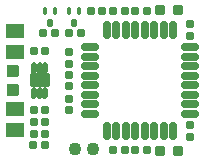
<source format=gts>
G04*
G04 #@! TF.GenerationSoftware,Altium Limited,Altium Designer,21.8.1 (53)*
G04*
G04 Layer_Color=8388736*
%FSLAX25Y25*%
%MOIN*%
G70*
G04*
G04 #@! TF.SameCoordinates,FA860FD0-AEA4-4FFE-92F8-4FAB6C871CC1*
G04*
G04*
G04 #@! TF.FilePolarity,Negative*
G04*
G01*
G75*
G04:AMPARAMS|DCode=25|XSize=27.56mil|YSize=29.53mil|CornerRadius=5.87mil|HoleSize=0mil|Usage=FLASHONLY|Rotation=180.000|XOffset=0mil|YOffset=0mil|HoleType=Round|Shape=RoundedRectangle|*
%AMROUNDEDRECTD25*
21,1,0.02756,0.01780,0,0,180.0*
21,1,0.01583,0.02953,0,0,180.0*
1,1,0.01173,-0.00791,0.00890*
1,1,0.01173,0.00791,0.00890*
1,1,0.01173,0.00791,-0.00890*
1,1,0.01173,-0.00791,-0.00890*
%
%ADD25ROUNDEDRECTD25*%
G04:AMPARAMS|DCode=26|XSize=20.47mil|YSize=23.62mil|CornerRadius=4.37mil|HoleSize=0mil|Usage=FLASHONLY|Rotation=180.000|XOffset=0mil|YOffset=0mil|HoleType=Round|Shape=RoundedRectangle|*
%AMROUNDEDRECTD26*
21,1,0.02047,0.01489,0,0,180.0*
21,1,0.01174,0.02362,0,0,180.0*
1,1,0.00873,-0.00587,0.00745*
1,1,0.00873,0.00587,0.00745*
1,1,0.00873,0.00587,-0.00745*
1,1,0.00873,-0.00587,-0.00745*
%
%ADD26ROUNDEDRECTD26*%
G04:AMPARAMS|DCode=27|XSize=16.54mil|YSize=23.62mil|CornerRadius=3.8mil|HoleSize=0mil|Usage=FLASHONLY|Rotation=180.000|XOffset=0mil|YOffset=0mil|HoleType=Round|Shape=RoundedRectangle|*
%AMROUNDEDRECTD27*
21,1,0.01654,0.01603,0,0,180.0*
21,1,0.00895,0.02362,0,0,180.0*
1,1,0.00759,-0.00447,0.00802*
1,1,0.00759,0.00447,0.00802*
1,1,0.00759,0.00447,-0.00802*
1,1,0.00759,-0.00447,-0.00802*
%
%ADD27ROUNDEDRECTD27*%
G04:AMPARAMS|DCode=28|XSize=23.62mil|YSize=59.06mil|CornerRadius=6.89mil|HoleSize=0mil|Usage=FLASHONLY|Rotation=0.000|XOffset=0mil|YOffset=0mil|HoleType=Round|Shape=RoundedRectangle|*
%AMROUNDEDRECTD28*
21,1,0.02362,0.04528,0,0,0.0*
21,1,0.00984,0.05906,0,0,0.0*
1,1,0.01378,0.00492,-0.02264*
1,1,0.01378,-0.00492,-0.02264*
1,1,0.01378,-0.00492,0.02264*
1,1,0.01378,0.00492,0.02264*
%
%ADD28ROUNDEDRECTD28*%
G04:AMPARAMS|DCode=29|XSize=23.62mil|YSize=59.06mil|CornerRadius=6.89mil|HoleSize=0mil|Usage=FLASHONLY|Rotation=270.000|XOffset=0mil|YOffset=0mil|HoleType=Round|Shape=RoundedRectangle|*
%AMROUNDEDRECTD29*
21,1,0.02362,0.04528,0,0,270.0*
21,1,0.00984,0.05906,0,0,270.0*
1,1,0.01378,-0.02264,-0.00492*
1,1,0.01378,-0.02264,0.00492*
1,1,0.01378,0.02264,0.00492*
1,1,0.01378,0.02264,-0.00492*
%
%ADD29ROUNDEDRECTD29*%
G04:AMPARAMS|DCode=30|XSize=27.56mil|YSize=29.53mil|CornerRadius=5.87mil|HoleSize=0mil|Usage=FLASHONLY|Rotation=270.000|XOffset=0mil|YOffset=0mil|HoleType=Round|Shape=RoundedRectangle|*
%AMROUNDEDRECTD30*
21,1,0.02756,0.01780,0,0,270.0*
21,1,0.01583,0.02953,0,0,270.0*
1,1,0.01173,-0.00890,-0.00791*
1,1,0.01173,-0.00890,0.00791*
1,1,0.01173,0.00890,0.00791*
1,1,0.01173,0.00890,-0.00791*
%
%ADD30ROUNDEDRECTD30*%
G04:AMPARAMS|DCode=31|XSize=41.34mil|YSize=41.34mil|CornerRadius=7.95mil|HoleSize=0mil|Usage=FLASHONLY|Rotation=180.000|XOffset=0mil|YOffset=0mil|HoleType=Round|Shape=RoundedRectangle|*
%AMROUNDEDRECTD31*
21,1,0.04134,0.02543,0,0,180.0*
21,1,0.02543,0.04134,0,0,180.0*
1,1,0.01591,-0.01272,0.01272*
1,1,0.01591,0.01272,0.01272*
1,1,0.01591,0.01272,-0.01272*
1,1,0.01591,-0.01272,-0.01272*
%
%ADD31ROUNDEDRECTD31*%
G04:AMPARAMS|DCode=32|XSize=35.43mil|YSize=35.43mil|CornerRadius=5.91mil|HoleSize=0mil|Usage=FLASHONLY|Rotation=270.000|XOffset=0mil|YOffset=0mil|HoleType=Round|Shape=RoundedRectangle|*
%AMROUNDEDRECTD32*
21,1,0.03543,0.02362,0,0,270.0*
21,1,0.02362,0.03543,0,0,270.0*
1,1,0.01181,-0.01181,-0.01181*
1,1,0.01181,-0.01181,0.01181*
1,1,0.01181,0.01181,0.01181*
1,1,0.01181,0.01181,-0.01181*
%
%ADD32ROUNDEDRECTD32*%
G04:AMPARAMS|DCode=33|XSize=17.72mil|YSize=37.4mil|CornerRadius=4.24mil|HoleSize=0mil|Usage=FLASHONLY|Rotation=0.000|XOffset=0mil|YOffset=0mil|HoleType=Round|Shape=RoundedRectangle|*
%AMROUNDEDRECTD33*
21,1,0.01772,0.02892,0,0,0.0*
21,1,0.00923,0.03740,0,0,0.0*
1,1,0.00848,0.00462,-0.01446*
1,1,0.00848,-0.00462,-0.01446*
1,1,0.00848,-0.00462,0.01446*
1,1,0.00848,0.00462,0.01446*
%
%ADD33ROUNDEDRECTD33*%
G04:AMPARAMS|DCode=34|XSize=44.09mil|YSize=66.93mil|CornerRadius=3.98mil|HoleSize=0mil|Usage=FLASHONLY|Rotation=270.000|XOffset=0mil|YOffset=0mil|HoleType=Round|Shape=RoundedRectangle|*
%AMROUNDEDRECTD34*
21,1,0.04409,0.05898,0,0,270.0*
21,1,0.03614,0.06693,0,0,270.0*
1,1,0.00795,-0.02949,-0.01807*
1,1,0.00795,-0.02949,0.01807*
1,1,0.00795,0.02949,0.01807*
1,1,0.00795,0.02949,-0.01807*
%
%ADD34ROUNDEDRECTD34*%
G04:AMPARAMS|DCode=35|XSize=61.02mil|YSize=49.21mil|CornerRadius=7.85mil|HoleSize=0mil|Usage=FLASHONLY|Rotation=0.000|XOffset=0mil|YOffset=0mil|HoleType=Round|Shape=RoundedRectangle|*
%AMROUNDEDRECTD35*
21,1,0.06102,0.03350,0,0,0.0*
21,1,0.04532,0.04921,0,0,0.0*
1,1,0.01571,0.02266,-0.01675*
1,1,0.01571,-0.02266,-0.01675*
1,1,0.01571,-0.02266,0.01675*
1,1,0.01571,0.02266,0.01675*
%
%ADD35ROUNDEDRECTD35*%
%ADD36C,0.04331*%
D25*
X28642Y15846D02*
D03*
X24705D02*
D03*
X25591Y-17717D02*
D03*
X21654D02*
D03*
Y-13780D02*
D03*
X25591D02*
D03*
X37303Y15846D02*
D03*
X33366D02*
D03*
X40650Y23130D02*
D03*
X44587D02*
D03*
X59547Y-23130D02*
D03*
X55610D02*
D03*
X48130Y23130D02*
D03*
X52067D02*
D03*
X21654Y-9843D02*
D03*
X25591D02*
D03*
Y9843D02*
D03*
X21654D02*
D03*
X21506Y-21654D02*
D03*
X25443D02*
D03*
X52067Y-23130D02*
D03*
X48130D02*
D03*
X59547Y23130D02*
D03*
X55610D02*
D03*
D26*
X27067Y19193D02*
D03*
X35138D02*
D03*
D27*
X25492Y23130D02*
D03*
X28642D02*
D03*
X33563D02*
D03*
X36713D02*
D03*
D28*
X68110Y16732D02*
D03*
X64961Y16732D02*
D03*
X61811D02*
D03*
X58661D02*
D03*
X55512D02*
D03*
X52362D02*
D03*
X49213D02*
D03*
X46063D02*
D03*
X46063Y-16732D02*
D03*
X49213Y-16732D02*
D03*
X52362Y-16732D02*
D03*
X55512D02*
D03*
X58661D02*
D03*
X61811D02*
D03*
X64961Y-16732D02*
D03*
X68110Y-16732D02*
D03*
D29*
X73819Y-11024D02*
D03*
Y-7874D02*
D03*
X73819Y-4724D02*
D03*
Y-1575D02*
D03*
Y1575D02*
D03*
Y4724D02*
D03*
Y7874D02*
D03*
X73819Y11024D02*
D03*
X40354Y11024D02*
D03*
Y7874D02*
D03*
Y4724D02*
D03*
Y1575D02*
D03*
Y-1575D02*
D03*
Y-4724D02*
D03*
X40354Y-7874D02*
D03*
X40354Y-11024D02*
D03*
D30*
X33465Y5512D02*
D03*
Y9449D02*
D03*
X73819Y-18701D02*
D03*
Y-14764D02*
D03*
X33465Y-9941D02*
D03*
Y-6004D02*
D03*
Y1969D02*
D03*
Y-1969D02*
D03*
X73819Y14764D02*
D03*
Y18701D02*
D03*
D31*
X14665Y-3150D02*
D03*
Y3150D02*
D03*
D32*
X69784Y-23425D02*
D03*
X63878D02*
D03*
Y23425D02*
D03*
X69784D02*
D03*
D33*
X25591Y4232D02*
D03*
X23622D02*
D03*
X21654D02*
D03*
Y-4232D02*
D03*
X23622D02*
D03*
X25591D02*
D03*
D34*
X23622Y0D02*
D03*
D35*
X15551Y16535D02*
D03*
Y9449D02*
D03*
Y-16535D02*
D03*
Y-9449D02*
D03*
D36*
X41339Y-22835D02*
D03*
X35433D02*
D03*
M02*

</source>
